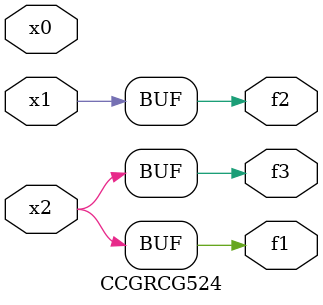
<source format=v>
module CCGRCG524(
	input x0, x1, x2,
	output f1, f2, f3
);
	assign f1 = x2;
	assign f2 = x1;
	assign f3 = x2;
endmodule

</source>
